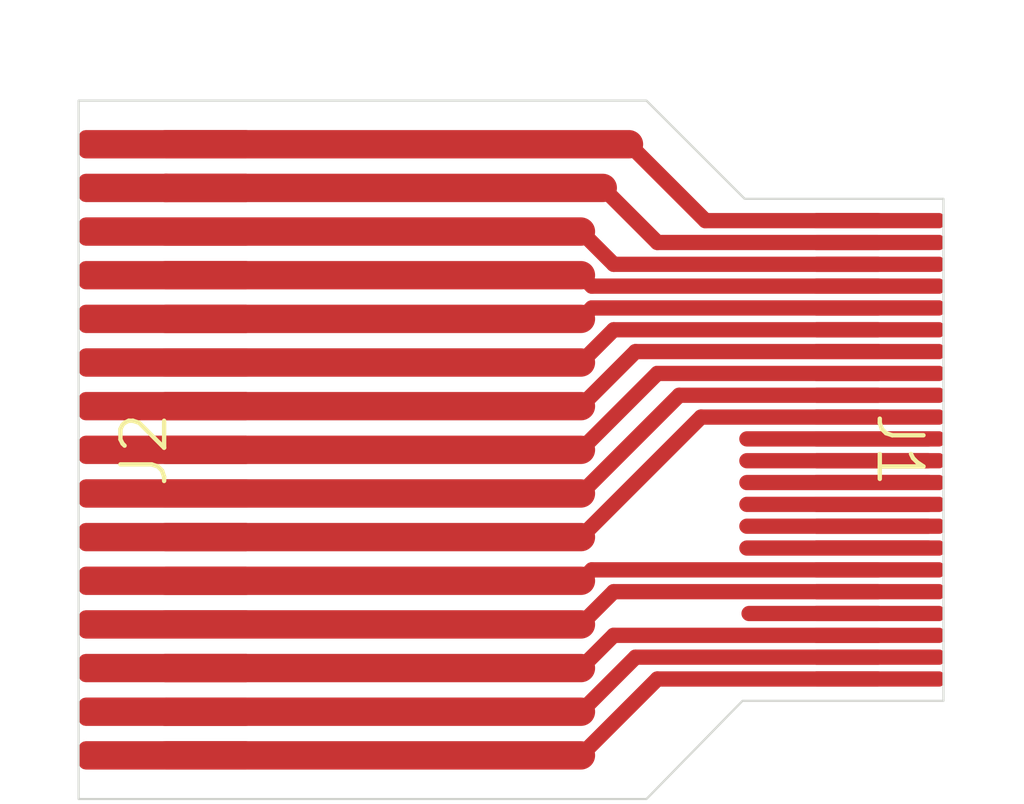
<source format=kicad_pcb>
(kicad_pcb (version 20240108) (generator "pcbnew") (generator_version "8.0")
  (layers (0 "F.Cu" signal) (31 "B.Cu" signal) (34 "B.Paste" user) (35 "F.Paste" user) (36 "B.SilkS" user "B.Silkscreen") (37 "F.SilkS" user "F.Silkscreen") (38 "B.Mask" user) (39 "F.Mask" user) (44 "Edge.Cuts" user))
  (net 0 "")
  (net 1 "unconnected-(J1-Pin_13-Pad13)")
  (net 2 "unconnected-(J1-Pin_11-Pad11)")
  (net 3 "Net-(J1-Pin_5)")
  (net 4 "Net-(J1-Pin_21)")
  (net 5 "Net-(J1-Pin_4)")
  (net 6 "Net-(J1-Pin_3)")
  (net 7 "Net-(J1-Pin_8)")
  (net 8 "Net-(J1-Pin_17)")
  (net 9 "Net-(J1-Pin_7)")
  (net 10 "unconnected-(J1-Pin_19-Pad19)")
  (net 11 "unconnected-(J1-Pin_16-Pad16)")
  (net 12 "Net-(J1-Pin_2)")
  (net 13 "unconnected-(J1-Pin_12-Pad12)")
  (net 14 "Net-(J1-Pin_18)")
  (net 15 "Net-(J1-Pin_10)")
  (net 16 "Net-(J1-Pin_20)")
  (net 17 "Net-(J1-Pin_1)")
  (net 18 "Net-(J1-Pin_22)")
  (net 19 "unconnected-(J1-Pin_15-Pad15)")
  (net 20 "unconnected-(J1-Pin_14-Pad14)")
  (net 21 "Net-(J1-Pin_6)")
  (net 22 "Net-(J1-Pin_9)")
  (footprint "Connector:fpc_15pin_1.0" (layer "F.Cu") (at 115.9 100 90)
    (property "Reference" "J2" (at 0.000002 -0.5 90) (layer "F.SilkS") (effects (font (thickness 0.1))))
    (property "Value" "Conn_01x15")
    (pad "1" smd roundrect (at -7 0 90) (size 0.65 4) (layers "F.Cu" "F.Paste" "F.Mask") (net 18 "Net-(J1-Pin_22)"))
    (pad "2" smd roundrect (at -6.000001 0.000001 90) (size 0.65 4) (layers "F.Cu" "F.Paste" "F.Mask") (net 4 "Net-(J1-Pin_21)"))
    (pad "3" smd roundrect (at -5 0 90) (size 0.65 4) (layers "F.Cu" "F.Paste" "F.Mask") (net 16 "Net-(J1-Pin_20)"))
    (pad "4" smd roundrect (at -4 0 90) (size 0.65 4) (layers "F.Cu" "F.Paste" "F.Mask") (net 14 "Net-(J1-Pin_18)"))
    (pad "5" smd roundrect (at -3 0 90) (size 0.65 4) (layers "F.Cu" "F.Paste" "F.Mask") (net 8 "Net-(J1-Pin_17)"))
    (pad "6" smd roundrect (at -2 0 90) (size 0.65 4) (layers "F.Cu" "F.Paste" "F.Mask") (net 15 "Net-(J1-Pin_10)"))
    (pad "7" smd roundrect (at -1 0 90) (size 0.65 4) (layers "F.Cu" "F.Paste" "F.Mask") (net 22 "Net-(J1-Pin_9)"))
    (pad "8" smd roundrect (at 0 0 90) (size 0.65 4) (layers "F.Cu" "F.Paste" "F.Mask") (net 7 "Net-(J1-Pin_8)"))
    (pad "9" smd roundrect (at 1 0 90) (size 0.65 4) (layers "F.Cu" "F.Paste" "F.Mask") (net 9 "Net-(J1-Pin_7)"))
    (pad "10" smd roundrect (at 2 0 90) (size 0.65 4) (layers "F.Cu" "F.Paste" "F.Mask") (net 21 "Net-(J1-Pin_6)"))
    (pad "11" smd roundrect (at 3 0 90) (size 0.65 4) (layers "F.Cu" "F.Paste" "F.Mask") (net 3 "Net-(J1-Pin_5)"))
    (pad "12" smd roundrect (at 4 0 90) (size 0.65 4) (layers "F.Cu" "F.Paste" "F.Mask") (net 5 "Net-(J1-Pin_4)"))
    (pad "13" smd roundrect (at 5 0 90) (size 0.65 4) (layers "F.Cu" "F.Paste" "F.Mask") (net 6 "Net-(J1-Pin_3)"))
    (pad "14" smd roundrect (at 6.000001 -0.000001 90) (size 0.65 4) (layers "F.Cu" "F.Paste" "F.Mask") (net 12 "Net-(J1-Pin_2)"))
    (pad "15" smd roundrect (at 7 0 90) (size 0.65 4) (layers "F.Cu" "F.Paste" "F.Mask") (net 17 "Net-(J1-Pin_1)"))
  )
  (footprint "Connector:fpc_22pin_0.5" (layer "F.Cu") (at 132.2 99.999999 -90)
    (property "Reference" "J1" (at 0.000002 -0.5 -90) (layer "F.SilkS") (effects (font (thickness 0.1))))
    (property "Value" "Conn_01x22")
    (pad "1" smd roundrect (at -5.25 0 270) (size 0.35 3) (layers "F.Cu" "F.Paste" "F.Mask") (net 17 "Net-(J1-Pin_1)"))
    (pad "2" smd roundrect (at -4.75 0 270) (size 0.35 3) (layers "F.Cu" "F.Paste" "F.Mask") (net 12 "Net-(J1-Pin_2)"))
    (pad "3" smd roundrect (at -4.25 0 270) (size 0.35 3) (layers "F.Cu" "F.Paste" "F.Mask") (net 6 "Net-(J1-Pin_3)"))
    (pad "4" smd roundrect (at -3.750003 0 270) (size 0.35 3) (layers "F.Cu" "F.Paste" "F.Mask") (net 5 "Net-(J1-Pin_4)"))
    (pad "5" smd roundrect (at -3.25 0 270) (size 0.35 3) (layers "F.Cu" "F.Paste" "F.Mask") (net 3 "Net-(J1-Pin_5)"))
    (pad "6" smd roundrect (at -2.75 0 270) (size 0.35 3) (layers "F.Cu" "F.Paste" "F.Mask") (net 21 "Net-(J1-Pin_6)"))
    (pad "7" smd roundrect (at -2.25 0 270) (size 0.35 3) (layers "F.Cu" "F.Paste" "F.Mask") (net 9 "Net-(J1-Pin_7)"))
    (pad "8" smd roundrect (at -1.749997 0.000002 270) (size 0.35 3) (layers "F.Cu" "F.Paste" "F.Mask") (net 7 "Net-(J1-Pin_8)"))
    (pad "9" smd roundrect (at -1.25 0 270) (size 0.35 3) (layers "F.Cu" "F.Paste" "F.Mask") (net 22 "Net-(J1-Pin_9)"))
    (pad "10" smd roundrect (at -0.75 0 270) (size 0.35 3) (layers "F.Cu" "F.Paste" "F.Mask") (net 15 "Net-(J1-Pin_10)"))
    (pad "11" smd roundrect (at -0.249999 -0.000001 270) (size 0.35 3) (layers "F.Cu" "F.Paste" "F.Mask") (net 2 "unconnected-(J1-Pin_11-Pad11)"))
    (pad "12" smd roundrect (at 0.249999 0.000001 270) (size 0.35 3) (layers "F.Cu" "F.Paste" "F.Mask") (net 13 "unconnected-(J1-Pin_12-Pad12)"))
    (pad "13" smd roundrect (at 0.75 0 270) (size 0.35 3) (layers "F.Cu" "F.Paste" "F.Mask") (net 1 "unconnected-(J1-Pin_13-Pad13)"))
    (pad "14" smd roundrect (at 1.25 0 270) (size 0.35 3) (layers "F.Cu" "F.Paste" "F.Mask") (net 20 "unconnected-(J1-Pin_14-Pad14)"))
    (pad "15" smd roundrect (at 1.749997 -0.000002 270) (size 0.35 3) (layers "F.Cu" "F.Paste" "F.Mask") (net 19 "unconnected-(J1-Pin_15-Pad15)"))
    (pad "16" smd roundrect (at 2.25 0 270) (size 0.35 3) (layers "F.Cu" "F.Paste" "F.Mask") (net 11 "unconnected-(J1-Pin_16-Pad16)"))
    (pad "17" smd roundrect (at 2.75 0 270) (size 0.35 3) (layers "F.Cu" "F.Paste" "F.Mask") (net 8 "Net-(J1-Pin_17)"))
    (pad "18" smd roundrect (at 3.25 0 270) (size 0.35 3) (layers "F.Cu" "F.Paste" "F.Mask") (net 14 "Net-(J1-Pin_18)"))
    (pad "19" smd roundrect (at 3.750003 0 270) (size 0.35 3) (layers "F.Cu" "F.Paste" "F.Mask") (net 10 "unconnected-(J1-Pin_19-Pad19)"))
    (pad "20" smd roundrect (at 4.25 0 270) (size 0.35 3) (layers "F.Cu" "F.Paste" "F.Mask") (net 16 "Net-(J1-Pin_20)"))
    (pad "21" smd roundrect (at 4.75 0 270) (size 0.35 3) (layers "F.Cu" "F.Paste" "F.Mask") (net 4 "Net-(J1-Pin_21)"))
    (pad "22" smd roundrect (at 5.25 0 270) (size 0.35 3) (layers "F.Cu" "F.Paste" "F.Mask") (net 18 "Net-(J1-Pin_22)"))
  )
  (gr_poly (pts (xy 113.9 92) (xy 126.9 92) (xy 129.15 94.25) (xy 133.7 94.25) (xy 133.7 105.75) (xy 129.1 105.75) (xy 126.9 108) (xy 113.9 108)) (stroke (width 0.05)) (fill none) (layer "Edge.Cuts"))
  (segment (start 133.35 100.749999) (end 129.2 100.749999) (width 0.35) (layer "F.Cu") (net 1))
  (segment (start 133.35 99.749999) (end 129.2 99.749999) (width 0.35) (layer "F.Cu") (net 2))
  (segment (start 125.650001 96.749999) (end 125.4 97) (width 0.35) (layer "F.Cu") (net 3))
  (segment (start 115.9 97) (end 125.4 97) (width 0.65) (layer "F.Cu") (net 3))
  (segment (start 132.2 96.749999) (end 125.650001 96.749999) (width 0.35) (layer "F.Cu") (net 3))
  (segment (start 115.900002 106) (end 125.4 106) (width 0.65) (layer "F.Cu") (net 4))
  (segment (start 115.900001 106.000001) (end 115.900002 106) (width 0.65) (layer "F.Cu") (net 4))
  (segment (start 132.2 104.749999) (end 126.650001 104.749999) (width 0.35) (layer "F.Cu") (net 4))
  (segment (start 126.650001 104.749999) (end 125.4 106) (width 0.35) (layer "F.Cu") (net 4))
  (segment (start 125.649999 96.249999) (end 125.4 96) (width 0.35) (layer "F.Cu") (net 5))
  (segment (start 132.2 96.249999) (end 125.649999 96.249999) (width 0.35) (layer "F.Cu") (net 5))
  (segment (start 115.9 96) (end 125.4 96) (width 0.65) (layer "F.Cu") (net 5))
  (segment (start 115.9 95) (end 125.4 95) (width 0.65) (layer "F.Cu") (net 6))
  (segment (start 126.149999 95.749999) (end 125.4 95) (width 0.35) (layer "F.Cu") (net 6))
  (segment (start 132.2 95.749999) (end 126.149999 95.749999) (width 0.35) (layer "F.Cu") (net 6))
  (segment (start 127.150001 98.249999) (end 125.4 100) (width 0.35) (layer "F.Cu") (net 7))
  (segment (start 132.2 98.249999) (end 127.150001 98.249999) (width 0.35) (layer "F.Cu") (net 7))
  (segment (start 115.9 100) (end 125.4 100) (width 0.65) (layer "F.Cu") (net 7))
  (segment (start 132.2 102.749999) (end 125.650001 102.749999) (width 0.35) (layer "F.Cu") (net 8))
  (segment (start 115.9 103) (end 125.4 103) (width 0.65) (layer "F.Cu") (net 8))
  (segment (start 125.650001 102.749999) (end 125.4 103) (width 0.35) (layer "F.Cu") (net 8))
  (segment (start 126.650001 97.749999) (end 125.4 99) (width 0.35) (layer "F.Cu") (net 9))
  (segment (start 132.2 97.749999) (end 126.650001 97.749999) (width 0.35) (layer "F.Cu") (net 9))
  (segment (start 115.9 99) (end 125.4 99) (width 0.65) (layer "F.Cu") (net 9))
  (segment (start 132.2 103.749999) (end 129.250001 103.749999) (width 0.35) (layer "F.Cu") (net 10))
  (segment (start 133.35 102.249999) (end 129.2 102.249999) (width 0.35) (layer "F.Cu") (net 11))
  (segment (start 127.149999 95.249999) (end 125.9 94) (width 0.35) (layer "F.Cu") (net 12))
  (segment (start 115.899999 93.999999) (end 115.9 94) (width 0.65) (layer "F.Cu") (net 12))
  (segment (start 132.2 95.249999) (end 127.149999 95.249999) (width 0.35) (layer "F.Cu") (net 12))
  (segment (start 115.9 94) (end 125.9 94) (width 0.65) (layer "F.Cu") (net 12))
  (segment (start 133.35 100.249999) (end 129.2 100.249999) (width 0.35) (layer "F.Cu") (net 13))
  (segment (start 115.9 104) (end 125.4 104) (width 0.65) (layer "F.Cu") (net 14))
  (segment (start 126.150001 103.249999) (end 125.4 104) (width 0.35) (layer "F.Cu") (net 14))
  (segment (start 132.2 103.249999) (end 126.150001 103.249999) (width 0.35) (layer "F.Cu") (net 14))
  (segment (start 132.2 99.249999) (end 128.150001 99.249999) (width 0.35) (layer "F.Cu") (net 15))
  (segment (start 115.9 102) (end 125.4 102) (width 0.65) (layer "F.Cu") (net 15))
  (segment (start 128.150001 99.249999) (end 125.4 102) (width 0.35) (layer "F.Cu") (net 15))
  (segment (start 115.9 105) (end 125.4 105) (width 0.65) (layer "F.Cu") (net 16))
  (segment (start 132.2 104.249999) (end 126.150001 104.249999) (width 0.35) (layer "F.Cu") (net 16))
  (segment (start 126.150001 104.249999) (end 125.4 105) (width 0.35) (layer "F.Cu") (net 16))
  (segment (start 132.2 94.749999) (end 128.249999 94.749999) (width 0.35) (layer "F.Cu") (net 17))
  (segment (start 115.9 93) (end 126.5 93) (width 0.65) (layer "F.Cu") (net 17))
  (segment (start 128.249999 94.749999) (end 126.5 93) (width 0.35) (layer "F.Cu") (net 17))
  (segment (start 127.150001 105.249999) (end 125.4 107) (width 0.35) (layer "F.Cu") (net 18))
  (segment (start 132.2 105.249999) (end 127.150001 105.249999) (width 0.35) (layer "F.Cu") (net 18))
  (segment (start 115.9 107) (end 125.4 107) (width 0.65) (layer "F.Cu") (net 18))
  (segment (start 133.35 101.749999) (end 129.2 101.749999) (width 0.35) (layer "F.Cu") (net 19))
  (segment (start 133.35 101.249999) (end 129.2 101.249999) (width 0.35) (layer "F.Cu") (net 20))
  (segment (start 132.2 97.249999) (end 126.150001 97.249999) (width 0.35) (layer "F.Cu") (net 21))
  (segment (start 126.150001 97.249999) (end 125.4 98) (width 0.35) (layer "F.Cu") (net 21))
  (segment (start 115.9 98) (end 125.4 98) (width 0.65) (layer "F.Cu") (net 21))
  (segment (start 127.650001 98.749999) (end 125.4 101) (width 0.35) (layer "F.Cu") (net 22))
  (segment (start 115.9 101) (end 125.4 101) (width 0.65) (layer "F.Cu") (net 22))
  (segment (start 132.2 98.749999) (end 127.650001 98.749999) (width 0.35) (layer "F.Cu") (net 22))
)
</source>
